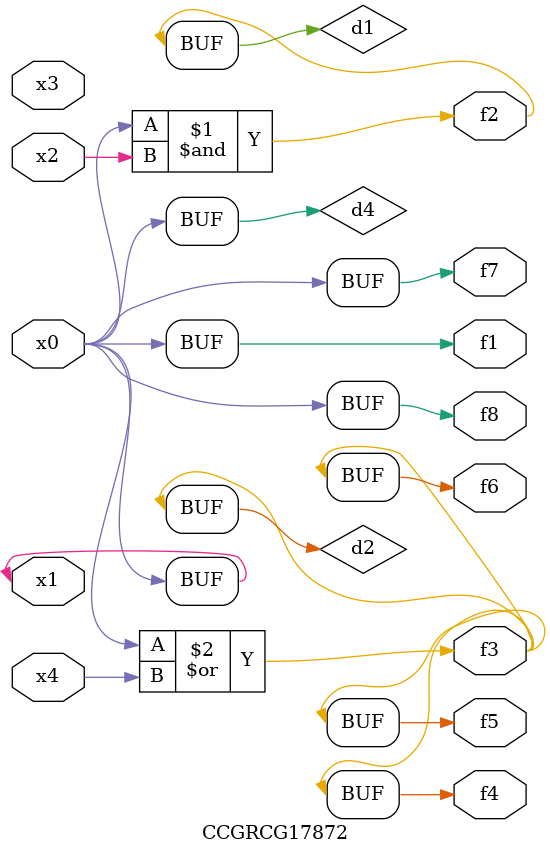
<source format=v>
module CCGRCG17872(
	input x0, x1, x2, x3, x4,
	output f1, f2, f3, f4, f5, f6, f7, f8
);

	wire d1, d2, d3, d4;

	and (d1, x0, x2);
	or (d2, x0, x4);
	nand (d3, x0, x2);
	buf (d4, x0, x1);
	assign f1 = d4;
	assign f2 = d1;
	assign f3 = d2;
	assign f4 = d2;
	assign f5 = d2;
	assign f6 = d2;
	assign f7 = d4;
	assign f8 = d4;
endmodule

</source>
